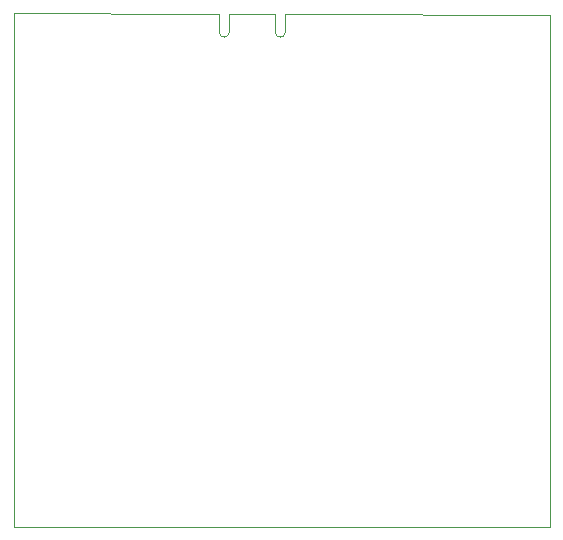
<source format=gm1>
%TF.GenerationSoftware,KiCad,Pcbnew,8.0.9*%
%TF.CreationDate,2025-03-10T14:56:04+11:00*%
%TF.ProjectId,stm32l05_dev_board,73746d33-326c-4303-955f-6465765f626f,rev?*%
%TF.SameCoordinates,Original*%
%TF.FileFunction,Profile,NP*%
%FSLAX46Y46*%
G04 Gerber Fmt 4.6, Leading zero omitted, Abs format (unit mm)*
G04 Created by KiCad (PCBNEW 8.0.9) date 2025-03-10 14:56:04*
%MOMM*%
%LPD*%
G01*
G04 APERTURE LIST*
%TA.AperFunction,Profile*%
%ADD10C,0.050000*%
%TD*%
%TA.AperFunction,Profile*%
%ADD11C,0.100000*%
%TD*%
G04 APERTURE END LIST*
D10*
X118400000Y-72600000D02*
X118400000Y-116100000D01*
X163800000Y-72800000D02*
X142350000Y-72640000D01*
X163800000Y-116100000D02*
X163800000Y-72800000D01*
X134850000Y-72640000D02*
X118400000Y-72600000D01*
X118400000Y-116100000D02*
X163800000Y-116100000D01*
D11*
%TO.C,J1*%
X135800000Y-72640000D02*
X134850000Y-72640000D01*
X135800000Y-74215000D02*
X135800000Y-72640000D01*
X136650000Y-74215000D02*
X136650000Y-72640000D01*
X140550000Y-72640000D02*
X136650000Y-72640000D01*
X140550000Y-74215000D02*
X140550000Y-72640000D01*
X141400000Y-74215000D02*
X141400000Y-72640000D01*
X142350000Y-72640000D02*
X141400000Y-72640000D01*
X136650000Y-74215000D02*
G75*
G02*
X135800000Y-74215000I-425000J0D01*
G01*
X141400000Y-74215000D02*
G75*
G02*
X140550000Y-74215000I-425000J0D01*
G01*
%TD*%
M02*

</source>
